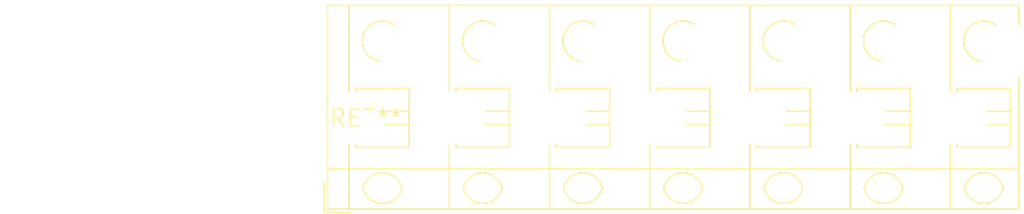
<source format=kicad_pcb>
(kicad_pcb (version 20240108) (generator pcbnew)
  (layers (0 "F.Cu" signal) (31 "B.Cu" signal) (34 "B.Paste" user) (35 "F.Paste" user) (36 "B.SilkS" user "B.Silkscreen") (37 "F.SilkS" user "F.Silkscreen") (38 "B.Mask" user) (39 "F.Mask" user) (44 "Edge.Cuts" user))
  (net 0 "")
  (footprint "TerminalBlock_WAGO_804-307_1x07_P7.50mm_45Degree" (layer "F.Cu") (at 0 0)
    (property "Reference" "REF**")
    (property "Value" "TerminalBlock_WAGO_804-307_1x07_P7.50mm_45Degree")
    (fp_line (start -3.11 4.82) (end -3.11 7.06) (layer "F.SilkS") (stroke (width 0.12)))
    (fp_line (start -3.11 7.06) (end -1.11 7.06) (layer "F.SilkS") (stroke (width 0.12)))
    (fp_line (start -2.87 -8.42) (end -2.87 6.82) (layer "F.SilkS") (stroke (width 0.12)))
    (fp_line (start -2.87 -8.42) (end 48.87 -8.42) (layer "F.SilkS") (stroke (width 0.12)))
    (fp_line (start -2.87 3.8) (end 48.87 3.8) (layer "F.SilkS") (stroke (width 0.12)))
    (fp_line (start -2.87 6.82) (end 48.87 6.82) (layer "F.SilkS") (stroke (width 0.12)))
    (fp_line (start -1.25 -8.42) (end -1.25 -1.98) (layer "F.SilkS") (stroke (width 0.12)))
    (fp_line (start -1.25 1.98) (end -1.25 6.82) (layer "F.SilkS") (stroke (width 0.12)))
    (fp_line (start -0.75 -2.2) (end -0.75 -1.98) (layer "F.SilkS") (stroke (width 0.12)))
    (fp_line (start -0.75 -2.2) (end 3.25 -2.2) (layer "F.SilkS") (stroke (width 0.12)))
    (fp_line (start -0.75 1.98) (end -0.75 2.2) (layer "F.SilkS") (stroke (width 0.12)))
    (fp_line (start -0.75 2.2) (end 3.25 2.2) (layer "F.SilkS") (stroke (width 0.12)))
    (fp_line (start 1.48 -0.5) (end 3.25 -0.5) (layer "F.SilkS") (stroke (width 0.12)))
    (fp_line (start 1.48 0.5) (end 3.25 0.5) (layer "F.SilkS") (stroke (width 0.12)))
    (fp_line (start 3.25 -2.2) (end 3.25 2.2) (layer "F.SilkS") (stroke (width 0.12)))
    (fp_line (start 3.25 -0.5) (end 3.25 0.5) (layer "F.SilkS") (stroke (width 0.12)))
    (fp_line (start 6.25 -8.42) (end 6.25 -1.98) (layer "F.SilkS") (stroke (width 0.12)))
    (fp_line (start 6.25 1.98) (end 6.25 6.82) (layer "F.SilkS") (stroke (width 0.12)))
    (fp_line (start 6.75 -2.2) (end 6.75 -1.98) (layer "F.SilkS") (stroke (width 0.12)))
    (fp_line (start 6.75 -2.2) (end 10.75 -2.2) (layer "F.SilkS") (stroke (width 0.12)))
    (fp_line (start 6.75 1.98) (end 6.75 2.2) (layer "F.SilkS") (stroke (width 0.12)))
    (fp_line (start 6.75 2.2) (end 10.75 2.2) (layer "F.SilkS") (stroke (width 0.12)))
    (fp_line (start 8.98 -0.5) (end 10.75 -0.5) (layer "F.SilkS") (stroke (width 0.12)))
    (fp_line (start 8.98 0.5) (end 10.75 0.5) (layer "F.SilkS") (stroke (width 0.12)))
    (fp_line (start 10.75 -2.2) (end 10.75 2.2) (layer "F.SilkS") (stroke (width 0.12)))
    (fp_line (start 10.75 -0.5) (end 10.75 0.5) (layer "F.SilkS") (stroke (width 0.12)))
    (fp_line (start 13.75 -8.42) (end 13.75 -1.98) (layer "F.SilkS") (stroke (width 0.12)))
    (fp_line (start 13.75 1.98) (end 13.75 6.82) (layer "F.SilkS") (stroke (width 0.12)))
    (fp_line (start 14.25 -2.2) (end 14.25 -1.98) (layer "F.SilkS") (stroke (width 0.12)))
    (fp_line (start 14.25 -2.2) (end 18.25 -2.2) (layer "F.SilkS") (stroke (width 0.12)))
    (fp_line (start 14.25 1.98) (end 14.25 2.2) (layer "F.SilkS") (stroke (width 0.12)))
    (fp_line (start 14.25 2.2) (end 18.25 2.2) (layer "F.SilkS") (stroke (width 0.12)))
    (fp_line (start 16.48 -0.5) (end 18.25 -0.5) (layer "F.SilkS") (stroke (width 0.12)))
    (fp_line (start 16.48 0.5) (end 18.25 0.5) (layer "F.SilkS") (stroke (width 0.12)))
    (fp_line (start 18.25 -2.2) (end 18.25 2.2) (layer "F.SilkS") (stroke (width 0.12)))
    (fp_line (start 18.25 -0.5) (end 18.25 0.5) (layer "F.SilkS") (stroke (width 0.12)))
    (fp_line (start 21.25 -8.42) (end 21.25 -1.98) (layer "F.SilkS") (stroke (width 0.12)))
    (fp_line (start 21.25 1.98) (end 21.25 6.82) (layer "F.SilkS") (stroke (width 0.12)))
    (fp_line (start 21.75 -2.2) (end 21.75 -1.98) (layer "F.SilkS") (stroke (width 0.12)))
    (fp_line (start 21.75 -2.2) (end 25.75 -2.2) (layer "F.SilkS") (stroke (width 0.12)))
    (fp_line (start 21.75 1.98) (end 21.75 2.2) (layer "F.SilkS") (stroke (width 0.12)))
    (fp_line (start 21.75 2.2) (end 25.75 2.2) (layer "F.SilkS") (stroke (width 0.12)))
    (fp_line (start 23.98 -0.5) (end 25.75 -0.5) (layer "F.SilkS") (stroke (width 0.12)))
    (fp_line (start 23.98 0.5) (end 25.75 0.5) (layer "F.SilkS") (stroke (width 0.12)))
    (fp_line (start 25.75 -2.2) (end 25.75 2.2) (layer "F.SilkS") (stroke (width 0.12)))
    (fp_line (start 25.75 -0.5) (end 25.75 0.5) (layer "F.SilkS") (stroke (width 0.12)))
    (fp_line (start 28.75 -8.42) (end 28.75 -1.98) (layer "F.SilkS") (stroke (width 0.12)))
    (fp_line (start 28.75 1.98) (end 28.75 6.82) (layer "F.SilkS") (stroke (width 0.12)))
    (fp_line (start 29.25 -2.2) (end 29.25 -1.98) (layer "F.SilkS") (stroke (width 0.12)))
    (fp_line (start 29.25 -2.2) (end 33.25 -2.2) (layer "F.SilkS") (stroke (width 0.12)))
    (fp_line (start 29.25 1.98) (end 29.25 2.2) (layer "F.SilkS") (stroke (width 0.12)))
    (fp_line (start 29.25 2.2) (end 33.25 2.2) (layer "F.SilkS") (stroke (width 0.12)))
    (fp_line (start 31.48 -0.5) (end 33.25 -0.5) (layer "F.SilkS") (stroke (width 0.12)))
    (fp_line (start 31.48 0.5) (end 33.25 0.5) (layer "F.SilkS") (stroke (width 0.12)))
    (fp_line (start 33.25 -2.2) (end 33.25 2.2) (layer "F.SilkS") (stroke (width 0.12)))
    (fp_line (start 33.25 -0.5) (end 33.25 0.5) (layer "F.SilkS") (stroke (width 0.12)))
    (fp_line (start 36.25 -8.42) (end 36.25 -1.98) (layer "F.SilkS") (stroke (width 0.12)))
    (fp_line (start 36.25 1.98) (end 36.25 6.82) (layer "F.SilkS") (stroke (width 0.12)))
    (fp_line (start 36.75 -2.2) (end 36.75 -1.98) (layer "F.SilkS") (stroke (width 0.12)))
    (fp_line (start 36.75 -2.2) (end 40.75 -2.2) (layer "F.SilkS") (stroke (width 0.12)))
    (fp_line (start 36.75 1.98) (end 36.75 2.2) (layer "F.SilkS") (stroke (width 0.12)))
    (fp_line (start 36.75 2.2) (end 40.75 2.2) (layer "F.SilkS") (stroke (width 0.12)))
    (fp_line (start 38.98 -0.5) (end 40.75 -0.5) (layer "F.SilkS") (stroke (width 0.12)))
    (fp_line (start 38.98 0.5) (end 40.75 0.5) (layer "F.SilkS") (stroke (width 0.12)))
    (fp_line (start 40.75 -2.2) (end 40.75 2.2) (layer "F.SilkS") (stroke (width 0.12)))
    (fp_line (start 40.75 -0.5) (end 40.75 0.5) (layer "F.SilkS") (stroke (width 0.12)))
    (fp_line (start 43.75 -8.42) (end 43.75 -1.98) (layer "F.SilkS") (stroke (width 0.12)))
    (fp_line (start 43.75 1.98) (end 43.75 6.82) (layer "F.SilkS") (stroke (width 0.12)))
    (fp_line (start 44.25 -2.2) (end 44.25 -1.98) (layer "F.SilkS") (stroke (width 0.12)))
    (fp_line (start 44.25 -2.2) (end 48.25 -2.2) (layer "F.SilkS") (stroke (width 0.12)))
    (fp_line (start 44.25 1.98) (end 44.25 2.2) (layer "F.SilkS") (stroke (width 0.12)))
    (fp_line (start 44.25 2.2) (end 48.25 2.2) (layer "F.SilkS") (stroke (width 0.12)))
    (fp_line (start 46.48 -0.5) (end 48.25 -0.5) (layer "F.SilkS") (stroke (width 0.12)))
    (fp_line (start 46.48 0.5) (end 48.25 0.5) (layer "F.SilkS") (stroke (width 0.12)))
    (fp_line (start 48.25 -2.2) (end 48.25 2.2) (layer "F.SilkS") (stroke (width 0.12)))
    (fp_line (start 48.25 -0.5) (end 48.25 0.5) (layer "F.SilkS") (stroke (width 0.12)))
    (fp_line (start 48.87 -8.42) (end 48.87 -6.98) (layer "F.SilkS") (stroke (width 0.12)))
    (fp_line (start 48.87 -3.02) (end 48.87 6.82) (layer "F.SilkS") (stroke (width 0.12)))
    (fp_arc (start -0.200865 5.250424) (mid 1.250296 4.099926) (end 2.701 5.251) (layer "F.SilkS") (stroke (width 0.12)))
    (fp_arc (start 1.040798 -4.264067) (mid -0.146039 -6.300306) (end 2.111 -6.979) (layer "F.SilkS") (stroke (width 0.12)))
    (fp_arc (start 2.7 5.25) (mid 1.250068 6.400101) (end -0.199969 5.250133) (layer "F.SilkS") (stroke (width 0.12)))
    (fp_arc (start 7.299135 5.250424) (mid 8.750296 4.099926) (end 10.201 5.251) (layer "F.SilkS") (stroke (width 0.12)))
    (fp_arc (start 8.540798 -4.264067) (mid 7.353961 -6.300306) (end 9.611 -6.979) (layer "F.SilkS") (stroke (width 0.12)))
    (fp_arc (start 10.2 5.25) (mid 8.750068 6.400101) (end 7.300031 5.250133) (layer "F.SilkS") (stroke (width 0.12)))
    (fp_arc (start 14.799135 5.250424) (mid 16.250296 4.099926) (end 17.701 5.251) (layer "F.SilkS") (stroke (width 0.12)))
    (fp_arc (start 16.040798 -4.264067) (mid 14.853961 -6.300306) (end 17.111 -6.979) (layer "F.SilkS") (stroke (width 0.12)))
    (fp_arc (start 17.7 5.25) (mid 16.250068 6.400101) (end 14.800031 5.250133) (layer "F.SilkS") (stroke (width 0.12)))
    (fp_arc (start 22.299135 5.250424) (mid 23.750296 4.099926) (end 25.201 5.251) (layer "F.SilkS") (stroke (width 0.12)))
    (fp_arc (start 23.540798 -4.264067) (mid 22.353961 -6.300306) (end 24.611 -6.979) (layer "F.SilkS") (stroke (width 0.12)))
    (fp_arc (start 25.2 5.25) (mid 23.750068 6.400101) (end 22.300031 5.250133) (layer "F.SilkS") (stroke (width 0.12)))
    (fp_arc (start 29.799135 5.250424) (mid 31.250296 4.099926) (end 32.701 5.251) (layer "F.SilkS") (stroke (width 0.12)))
    (fp_arc (start 31.040798 -4.264067) (mid 29.853961 -6.300306) (end 32.111 -6.979) (layer "F.SilkS") (stroke (width 0.12)))
    (fp_arc (start 32.701 5.25) (mid 31.250296 6.401074) (end 29.799135 5.250576) (layer "F.SilkS") (stroke (width 0.12)))
    (fp_arc (start 37.299135 5.250424) (mid 38.750296 4.099926) (end 40.201 5.251) (layer "F.SilkS") (stroke (width 0.12)))
    (fp_arc (start 38.540798 -4.264067) (mid 37.353961 -6.300306) (end 39.611 -6.979) (layer "F.SilkS") (stroke (width 0.12)))
    (fp_arc (start 40.2 5.25) (mid 38.750068 6.400101) (end 37.300031 5.250133) (layer "F.SilkS") (stroke (width 0.12)))
    (fp_arc (start 44.799135 5.250424) (mid 46.250296 4.099926) (end 47.701 5.251) (layer "F.SilkS") (stroke (width 0.12)))
    (fp_arc (start 46.040798 -4.264067) (mid 44.853961 -6.300306) (end 47.111 -6.979) (layer "F.SilkS") (stroke (width 0.12)))
    (fp_arc (start 47.7 5.25) (mid 46.250068 6.400101) (end 44.800031 5.250133) (layer "F.SilkS") (stroke (width 0.12)))
    (pad "1" thru_hole rect (at 0 0) (size 2 3) (drill 1.2) (layers *.Cu *.Mask) (remove_unused_layers))
    (pad "1" thru_hole rect (at 2.5 -5) (size 2 3) (drill 1.2) (layers *.Cu *.Mask) (remove_unused_layers))
    (pad "2" thru_hole oval (at 7.5 0) (size 2 3) (drill 1.2) (layers *.Cu *.Mask) (remove_unused_layers))
    (pad "2" thru_hole oval (at 10 -5) (size 2 3) (drill 1.2) (layers *.Cu *.Mask) (remove_unused_layers))
    (pad "3" thru_hole oval (at 15 0) (size 2 3) (drill 1.2) (layers *.Cu *.Mask) (remove_unused_layers))
    (pad "3" thru_hole oval (at 17.5 -5) (size 2 3) (drill 1.2) (layers *.Cu *.Mask) (remove_unused_layers))
    (pad "4" thru_hole oval (at 22.5 0) (size 2 3) (drill 1.2) (layers *.Cu *.Mask) (remove_unused_layers))
    (pad "4" thru_hole oval (at 25 -5) (size 2 3) (drill 1.2) (layers *.Cu *.Mask) (remove_unused_layers))
    (pad "5" thru_hole oval (at 30 0) (size 2 3) (drill 1.2) (layers *.Cu *.Mask) (remove_unused_layers))
    (pad "5" thru_hole oval (at 32.5 -5) (size 2 3) (drill 1.2) (layers *.Cu *.Mask) (remove_unused_layers))
    (pad "6" thru_hole oval (at 37.5 0) (size 2 3) (drill 1.2) (layers *.Cu *.Mask) (remove_unused_layers))
    (pad "6" thru_hole oval (at 40 -5) (size 2 3) (drill 1.2) (layers *.Cu *.Mask) (remove_unused_layers))
    (pad "7" thru_hole oval (at 45 0) (size 2 3) (drill 1.2) (layers *.Cu *.Mask) (remove_unused_layers))
    (pad "7" thru_hole oval (at 47.5 -5) (size 2 3) (drill 1.2) (layers *.Cu *.Mask) (remove_unused_layers))
  )
)
</source>
